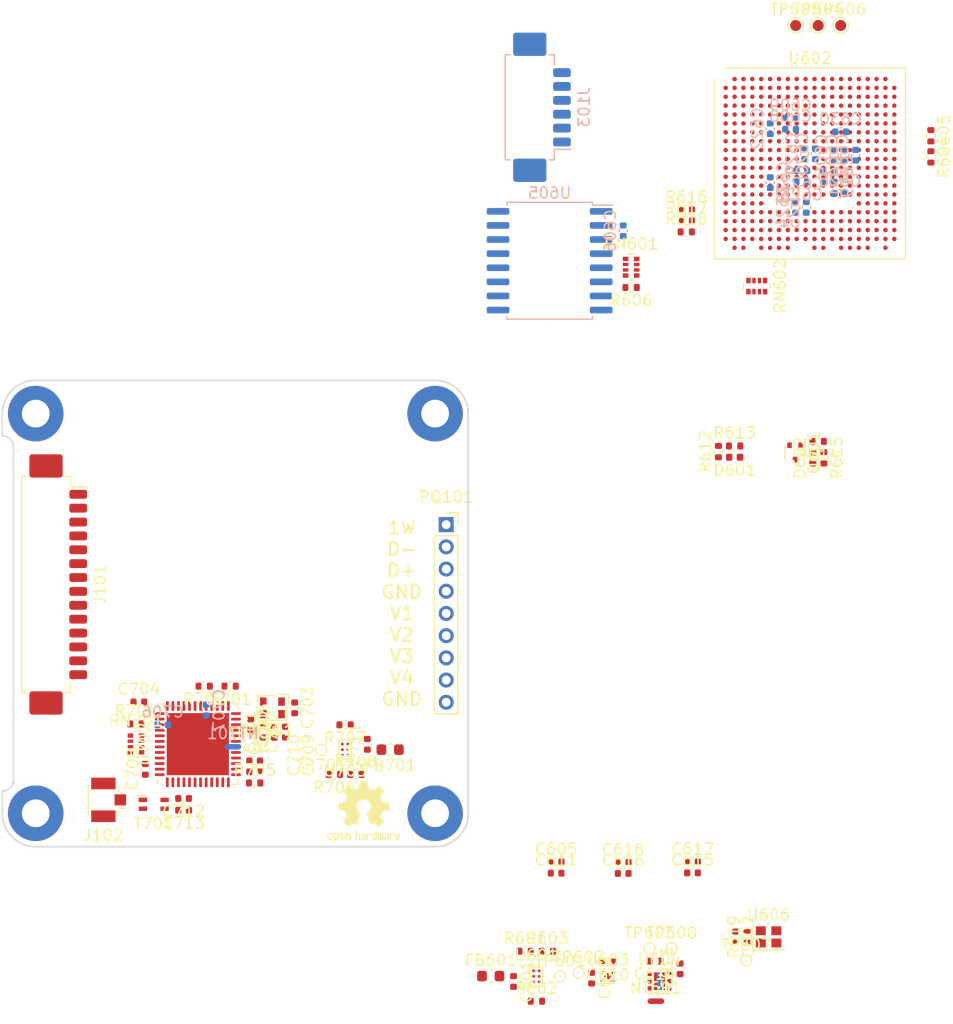
<source format=kicad_pcb>
(kicad_pcb (version 20211014) (generator pcbnew)

  (general
    (thickness 1.6)
  )

  (paper "A4")
  (layers
    (0 "F.Cu" signal)
    (31 "B.Cu" signal)
    (32 "B.Adhes" user "B.Adhesive")
    (33 "F.Adhes" user "F.Adhesive")
    (34 "B.Paste" user)
    (35 "F.Paste" user)
    (36 "B.SilkS" user "B.Silkscreen")
    (37 "F.SilkS" user "F.Silkscreen")
    (38 "B.Mask" user)
    (39 "F.Mask" user)
    (41 "Cmts.User" user "User.Comments")
    (42 "Eco1.User" user "User.Eco1")
    (43 "Eco2.User" user "User.Eco2")
    (44 "Edge.Cuts" user)
    (45 "Margin" user)
    (46 "B.CrtYd" user "B.Courtyard")
    (47 "F.CrtYd" user "F.Courtyard")
    (48 "B.Fab" user)
    (49 "F.Fab" user)
  )

  (setup
    (pad_to_mask_clearance 0.2)
    (solder_mask_min_width 0.25)
    (grid_origin 171.1452 89.472)
    (pcbplotparams
      (layerselection 0x0000030_80000001)
      (disableapertmacros false)
      (usegerberextensions false)
      (usegerberattributes false)
      (usegerberadvancedattributes false)
      (creategerberjobfile false)
      (svguseinch false)
      (svgprecision 6)
      (excludeedgelayer true)
      (plotframeref false)
      (viasonmask false)
      (mode 1)
      (useauxorigin false)
      (hpglpennumber 1)
      (hpglpenspeed 20)
      (hpglpendiameter 15.000000)
      (dxfpolygonmode true)
      (dxfimperialunits true)
      (dxfusepcbnewfont true)
      (psnegative false)
      (psa4output false)
      (plotreference true)
      (plotvalue true)
      (plotinvisibletext false)
      (sketchpadsonfab false)
      (subtractmaskfromsilk false)
      (outputformat 1)
      (mirror false)
      (drillshape 1)
      (scaleselection 1)
      (outputdirectory "")
    )
  )

  (net 0 "")
  (net 1 "GND")
  (net 2 "3V3")
  (net 3 "unconnected-(PQ101-Pad1)")
  (net 4 "unconnected-(PQ101-Pad2)")
  (net 5 "unconnected-(PQ101-Pad3)")
  (net 6 "unconnected-(PQ101-Pad6)")
  (net 7 "unconnected-(PQ101-Pad7)")
  (net 8 "unconnected-(PQ101-Pad8)")
  (net 9 "Net-(C601-Pad1)")
  (net 10 "/fpga/FPGA_2V5")
  (net 11 "/fpga/FPGA_3V3")
  (net 12 "/fpga/FPGA_1V1")
  (net 13 "Net-(C701-Pad1)")
  (net 14 "Net-(C701-Pad2)")
  (net 15 "/transceiver/TRX_3V3")
  (net 16 "Net-(C704-Pad2)")
  (net 17 "Net-(C710-Pad1)")
  (net 18 "Net-(C711-Pad1)")
  (net 19 "/transceiver/RF09P")
  (net 20 "/transceiver/RF09CAP_P")
  (net 21 "/transceiver/RF09N")
  (net 22 "/transceiver/RF09CAP_N")
  (net 23 "/transceiver/RF_EN")
  (net 24 "/transceiver/RST")
  (net 25 "/transceiver/IRQ")
  (net 26 "/SPI_CS2")
  (net 27 "/SPI_CS1")
  (net 28 "/fpga/SPI_CLK")
  (net 29 "/fpga/SPI_MISO")
  (net 30 "/fpga/SPI_MOSI")
  (net 31 "/fpga/FPGA_EN")
  (net 32 "/fpga/FPGA_DONE")
  (net 33 "/fpga/FPGA_INIT")
  (net 34 "/transceiver/RFIO")
  (net 35 "/fpga/JTDO")
  (net 36 "/fpga/JTCK")
  (net 37 "/fpga/JTMS")
  (net 38 "/fpga/JTDI")
  (net 39 "/fpga/FPGA_1V1_PG")
  (net 40 "Net-(NT701-Pad1)")
  (net 41 "Net-(R602-Pad2)")
  (net 42 "/fpga/FPGA_3V3_FAULT")
  (net 43 "/fpga/RXCLOCKP")
  (net 44 "/fpga/RXCLOCKN")
  (net 45 "/fpga/RXDATAP")
  (net 46 "/fpga/RXDATAN")
  (net 47 "Net-(D601-Pad2)")
  (net 48 "Net-(D602-Pad2)")
  (net 49 "Net-(R616-Pad2)")
  (net 50 "Net-(R617-Pad2)")
  (net 51 "Net-(R618-Pad2)")
  (net 52 "Net-(R619-Pad1)")
  (net 53 "/fpga/~{CFG_CS}")
  (net 54 "/fpga/CFG_IO2")
  (net 55 "/fpga/CFG_IO3")
  (net 56 "/fpga/TXCLOCKN")
  (net 57 "/fpga/TXCLOCKP")
  (net 58 "/fpga/TXDATAN")
  (net 59 "/fpga/TXDATAP")
  (net 60 "Net-(R704-Pad2)")
  (net 61 "/transceiver/TRX_FAULT")
  (net 62 "Net-(R707-Pad2)")
  (net 63 "Net-(RN701-Pad5)")
  (net 64 "Net-(RN701-Pad6)")
  (net 65 "Net-(RN701-Pad7)")
  (net 66 "Net-(RN701-Pad8)")
  (net 67 "/fpga/FPGA_IO1")
  (net 68 "/fpga/FPGA_IO0")
  (net 69 "unconnected-(U602-PadB6)")
  (net 70 "unconnected-(U602-PadB8)")
  (net 71 "unconnected-(U602-PadB9)")
  (net 72 "unconnected-(U602-PadB10)")
  (net 73 "/fpga/FPGA_CLK_IN")
  (net 74 "unconnected-(U602-PadC6)")
  (net 75 "unconnected-(U602-PadC7)")
  (net 76 "unconnected-(U602-PadC8)")
  (net 77 "unconnected-(U602-PadC9)")
  (net 78 "unconnected-(U602-PadC10)")
  (net 79 "unconnected-(U602-PadC11)")
  (net 80 "unconnected-(U602-PadC18)")
  (net 81 "unconnected-(U602-PadD6)")
  (net 82 "unconnected-(U602-PadD7)")
  (net 83 "unconnected-(U602-PadD8)")
  (net 84 "unconnected-(U602-PadD9)")
  (net 85 "unconnected-(U602-PadD10)")
  (net 86 "unconnected-(U602-PadD17)")
  (net 87 "unconnected-(U602-PadD18)")
  (net 88 "unconnected-(U602-PadD20)")
  (net 89 "unconnected-(U602-PadE6)")
  (net 90 "unconnected-(U602-PadE7)")
  (net 91 "unconnected-(U602-PadE8)")
  (net 92 "unconnected-(U602-PadE9)")
  (net 93 "unconnected-(U602-PadE10)")
  (net 94 "unconnected-(U602-PadE16)")
  (net 95 "unconnected-(U602-PadE17)")
  (net 96 "unconnected-(U602-PadE18)")
  (net 97 "unconnected-(U602-PadE19)")
  (net 98 "unconnected-(U602-PadF16)")
  (net 99 "unconnected-(U602-PadF17)")
  (net 100 "unconnected-(U602-PadF18)")
  (net 101 "unconnected-(U602-PadF20)")
  (net 102 "unconnected-(U602-PadG16)")
  (net 103 "unconnected-(U602-PadG18)")
  (net 104 "unconnected-(U602-PadG20)")
  (net 105 "unconnected-(U602-PadH16)")
  (net 106 "unconnected-(U602-PadH17)")
  (net 107 "unconnected-(U602-PadH18)")
  (net 108 "unconnected-(U602-PadJ16)")
  (net 109 "unconnected-(U602-PadJ17)")
  (net 110 "unconnected-(U602-PadJ18)")
  (net 111 "unconnected-(U602-PadJ20)")
  (net 112 "unconnected-(U602-PadK16)")
  (net 113 "unconnected-(U602-PadK17)")
  (net 114 "unconnected-(U602-PadK18)")
  (net 115 "unconnected-(U602-PadK20)")
  (net 116 "unconnected-(U602-PadR1)")
  (net 117 "unconnected-(U602-PadR3)")
  (net 118 "unconnected-(U602-PadT1)")
  (net 119 "unconnected-(U602-PadT2)")
  (net 120 "unconnected-(U602-PadT3)")
  (net 121 "unconnected-(U602-PadU1)")
  (net 122 "unconnected-(U602-PadU2)")
  (net 123 "/fpga/CFG_CLK")
  (net 124 "unconnected-(U602-PadV1)")
  (net 125 "/fpga/CFG_IO1")
  (net 126 "/fpga/CFG_IO0")
  (net 127 "unconnected-(U602-PadW3)")
  (net 128 "unconnected-(U602-PadW4)")
  (net 129 "unconnected-(U602-PadW5)")
  (net 130 "unconnected-(U602-PadW8)")
  (net 131 "unconnected-(U602-PadW9)")
  (net 132 "unconnected-(U602-PadW10)")
  (net 133 "unconnected-(U602-PadW11)")
  (net 134 "unconnected-(U602-PadW13)")
  (net 135 "unconnected-(U602-PadW14)")
  (net 136 "unconnected-(U602-PadW17)")
  (net 137 "unconnected-(U602-PadW18)")
  (net 138 "unconnected-(U602-PadW20)")
  (net 139 "unconnected-(U602-PadY5)")
  (net 140 "unconnected-(U602-PadY6)")
  (net 141 "unconnected-(U602-PadY7)")
  (net 142 "unconnected-(U602-PadY8)")
  (net 143 "unconnected-(U602-PadY11)")
  (net 144 "unconnected-(U602-PadY12)")
  (net 145 "unconnected-(U602-PadY14)")
  (net 146 "unconnected-(U602-PadY15)")
  (net 147 "unconnected-(U602-PadY16)")
  (net 148 "unconnected-(U602-PadY17)")
  (net 149 "unconnected-(U602-PadY19)")
  (net 150 "unconnected-(U604-Pad2)")
  (net 151 "unconnected-(U605-Pad3)")
  (net 152 "unconnected-(U605-Pad4)")
  (net 153 "unconnected-(U605-Pad5)")
  (net 154 "unconnected-(U605-Pad6)")
  (net 155 "unconnected-(U605-Pad11)")
  (net 156 "unconnected-(U605-Pad12)")
  (net 157 "unconnected-(U605-Pad13)")
  (net 158 "unconnected-(U605-Pad14)")
  (net 159 "unconnected-(U702-Pad1)")
  (net 160 "unconnected-(U702-Pad2)")
  (net 161 "unconnected-(U702-Pad4)")
  (net 162 "unconnected-(U702-Pad5)")
  (net 163 "unconnected-(U702-Pad11)")
  (net 164 "unconnected-(U702-Pad12)")
  (net 165 "unconnected-(U702-Pad22)")
  (net 166 "unconnected-(U702-Pad35)")
  (net 167 "unconnected-(U702-Pad36)")
  (net 168 "unconnected-(U702-Pad47)")
  (net 169 "Net-(D602-Pad1)")
  (net 170 "unconnected-(H103-Pad1)")
  (net 171 "unconnected-(H101-Pad1)")
  (net 172 "unconnected-(H102-Pad1)")
  (net 173 "unconnected-(H104-Pad1)")
  (net 174 "unconnected-(RN601-Pad1)")
  (net 175 "unconnected-(RN601-Pad8)")

  (footprint "Symbol:OSHW-Logo2_7.3x6mm_SilkScreen" (layer "F.Cu") (at 163.703 115.3292))

  (footprint "MountingHole:MountingHole_2.5mm_Pad" (layer "F.Cu") (at 170.1452 79.472))

  (footprint "MountingHole:MountingHole_2.5mm_Pad" (layer "F.Cu") (at 134.1452 79.472))

  (footprint "Connector_PinSocket_2.00mm:PinSocket_1x09_P2.00mm_Vertical" (layer "F.Cu") (at 171.1452 89.472))

  (footprint "Resistor_SMD:R_0402_1005Metric" (layer "F.Cu") (at 195.6816 82.8934 90))

  (footprint "Capacitor_SMD:C_0402_1005Metric" (layer "F.Cu") (at 177.2158 130.62 -90))

  (footprint "Package_BGA:Texas_DSBGA-6_0.9x1.4mm_Layout2x3_P0.5mm" (layer "F.Cu") (at 162.0266 109.7412 180))

  (footprint "Resistor_SMD:R_0402_1005Metric" (layer "F.Cu") (at 214.8332 56.3504 -90))

  (footprint "Resistor_SMD:R_0402_1005Metric" (layer "F.Cu") (at 162.0266 107.506 180))

  (footprint "Resistor_SMD:R_0402_1005Metric" (layer "F.Cu") (at 192.786 63.1068))

  (footprint "Inductor_SMD:L_0603_1608Metric" (layer "F.Cu") (at 166.0906 109.7412 180))

  (footprint "Capacitor_SMD:C_0402_1005Metric" (layer "F.Cu") (at 193.3448 120.841))

  (footprint "Package_BGA:Lattice_caBGA-381_17.0x17.0mm_Layout20x20_P0.8mm_Ball0.4mm_Pad0.4mm_NSMD" (layer "F.Cu") (at 203.9366 56.9346))

  (footprint "Capacitor_SMD:C_0402_1005Metric" (layer "F.Cu") (at 193.3448 119.8504))

  (footprint "Resistor_SMD:R_0402_1005Metric" (layer "F.Cu") (at 180.2638 127.9022))

  (footprint "Capacitor_SMD:C_0402_1005Metric" (layer "F.Cu") (at 154.6382 108.1604 90))

  (footprint "Connector_Molex:Molex_PicoBlade_53261-1471_1x14-1MP_P1.25mm_Horizontal" (layer "F.Cu") (at 135.5728 94.863 -90))

  (footprint "lsf-kicad-lib:TestPoint_D0.8mm_Mask-Only" (layer "F.Cu") (at 189.484 127.6482))

  (footprint "Capacitor_SMD:C_0402_1005Metric" (layer "F.Cu") (at 189.9666 128.7912 180))

  (footprint "Capacitor_SMD:C_0402_1005Metric" (layer "F.Cu") (at 153.8762 111.7418))

  (footprint "Inductor_SMD:L_0603_1608Metric" (layer "F.Cu") (at 175.1584 130.1374))

  (footprint "Resistor_SMD:R_0402_1005Metric" (layer "F.Cu") (at 197.1389 82.3854))

  (footprint "Resistor_SMD:R_0402_1005Metric" (layer "F.Cu") (at 205.1812 83.4522 -90))

  (footprint "Connector_Coaxial:U.FL_Hirose_U.FL-R-SMT-1_Vertical" (layer "F.Cu") (at 140.719 114.2624 180))

  (footprint "lsf-kicad-lib:TestPoint_D0.8mm_Mask-Only" (layer "F.Cu") (at 183.0832 129.8326))

  (footprint "Package_DFN_QFN:QFN-48-1EP_7x7mm_P0.5mm_EP5.6x5.6mm" (layer "F.Cu")
    (tedit 5DC5F6A5) (tstamp 4f1ffdd6-1cf4-44d6-b761-e3e1aa4fb9b7)
    (at 148.7566 109.2444 90)
    (descr "QFN, 48 Pin (http://www.st.com/resource/en/datasheet/stm32f042k6.pdf#page=94), generated with kicad-footprint-generator ipc_noLead_generator.py")
    (tags "QFN NoLead")
    (property "Sheetfile" "sidloc-schematic/transceiver.kicad_sch")
    (property "Sheetname" "transceiver")
    (path "/7e10c94a-7591-4892-9351-18ebe562ea30/e17292b9-af59-4b7a-b9f7-adfce246933a")
    (attr smd)
    (fp_text reference "U702" (at 0 -4.82 90) (layer "F.SilkS")
      (effects (font (size 1 1) (thickness 0.15)))
      (tstamp 42bfb220-d2d7-4368-b169-8d098342f992)
    )
    (fp_text value "AT86RF215M" (at 0 4.82 90) (layer "F.Fab")
      (effects (font (size 1 1) (thickness 0.15)))
      (tstamp bbe25420-564f-40ca-9e31-f11405ee7897)
    )
    (fp_text user "${REFERENCE}" (at 0 0 90) (layer "F.Fab")
      (effects (font (size 1 1) (thickness 0.15)))
      (tstamp 18cdaae1-7751-4a1c-bfb4-8cb949c500ec)
    )
    (fp_line (start 3.135 3.61) (end 3.61 3.61) (layer "F.SilkS") (width 0.12) (tstamp 1408dadd-588a-431b-851d-1aa41fc8f6e8))
    (fp_line (start 3.61 -3.61) (end 3.61 -3.135) (layer "F.SilkS") (width 0.12) (tstamp 18aa95b8-98fa-4b5d-88af-01035b2a41b4))
    (fp_line (start -3.135 3.61) (end -3.61 3.61) (layer "F.SilkS") (width 0.12) (tstamp 352771f4-16d1-4c61-995b-b7e75a738800))
    (fp_line (start -3.61 3.61) (end -3.61 3.135) (layer "F.SilkS") (width 0.12) (tstamp 763567e5-b6fb-4bf1-9925-edba0615d38e))
    (fp_line (start 3.135 -3.61) (end 3.61 -3.61) (layer "F.SilkS") (width 0.12) (tstamp 9031e190-d810-4018-ab9c-9c13429a20b4))
    (fp_line (start 3.61 3.61) (end 3.61 3.135) (layer "F.SilkS") (width 0.12) (tstamp 97fc7ba2-9cbf-4f9a-8ece-2f1962c22059))
    (fp_line (start -3.135 -3.61) (end -3.61 -3.61) (layer "F.SilkS") (width 0.12) (tstamp d86cf2a3-34ee-4ca4-b702-7c002285876a))
    (fp_line (start 4.12 -4.12) (end -4.12 -4.12) (layer "F.CrtYd") (width 0.05) (tstamp 0a7ff25e-7388-466f-8084-69e2525983e2))
    (fp_line (start -4.12 -4.12) (end -4.12 4.12) (layer "F.CrtYd") (width 0.05) (tstamp 61a9bd79-933a-493e-90e1-80af34d6ab2b))
    (fp_line (start 4.12 4.12) (end 4.12 -4.12) (layer "F.CrtYd") (width 0.05) (tstamp be595991-1832-49e6-aea0-dda809cae1fc))
    (fp_line (start -4.12 4.12) (end 4.12 4.12) (layer "F.CrtYd") (width 0.05) (tstamp e6e9089c-291d-4832-b7c7-406e44e4d251))
    (fp_line (start -3.5 3.5) (end -3.5 -2.5) (layer "F.Fab") (width 0.1) (tstamp 0078798e-51ee-408f-a4b3-3b8b9d0f547c))
    (fp_line (start -2.5 -3.5) (end 3.5 -3.5) (layer "F.Fab") (width 0.1) (tstamp 539ac12e-e2a7-41ab-8116-a2f71d9e5381))
    (fp_line (start 3.5 3.5) (end -3.5 3.5) (layer "F.Fab") (width 0.1) (tstamp a36124b5-e1a4-460
... [264770 chars truncated]
</source>
